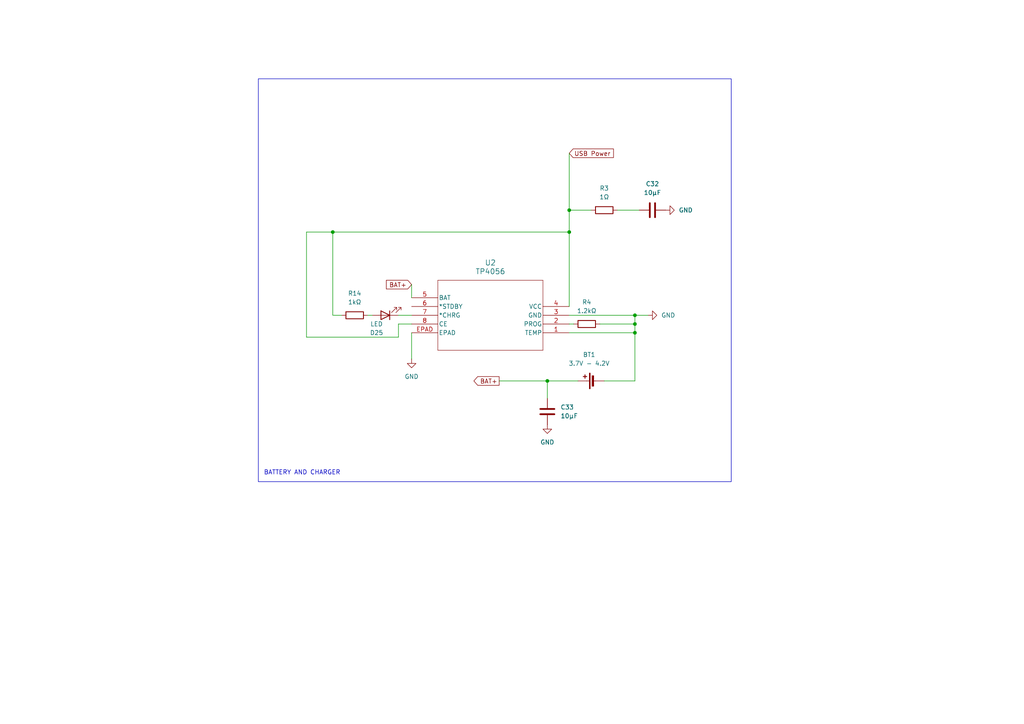
<source format=kicad_sch>
(kicad_sch (version 20250114) (generator "eeschema") (generator_version "9.0")
  (paper "A4")
  (lib_symbols
    (symbol "Device:Battery_Cell" (pin_numbers (hide yes)) (pin_names (offset 0) (hide yes))
      (property "Reference" "BT" (at 2.54 2.54 0))
      (property "Value" "Battery_Cell" (at 2.54 0 0))
      (symbol "Battery_Cell_0_1"
        (rectangle (start -2.286 1.778) (end 2.286 1.524) (fill (type outline)))
        (rectangle (start -1.524 1.016) (end 1.524 0.508) (fill (type outline)))
        (polyline (pts (xy 0 1.778) (xy 0 2.54)))
        (polyline (pts (xy 0 0.762) (xy 0 0)))
        (polyline (pts (xy 0.762 3.048) (xy 1.778 3.048)) (stroke (width 0.254)))
        (polyline (pts (xy 1.27 3.556) (xy 1.27 2.54)) (stroke (width 0.254)))
      )
      (symbol "Battery_Cell_1_1"
        (pin passive line (at 0 5.08 270) (length 2.54) (name "+") (number "1"))
        (pin passive line (at 0 -2.54 90) (length 2.54) (name "-") (number "2"))
      )
    )
    (symbol "Device:C" (pin_numbers (hide yes)) (pin_names (offset 0.254))
      (property "Reference" "C" (at 0.635 2.54 0))
      (property "Value" "C" (at 0.635 -2.54 0))
      (symbol "C_0_1"
        (polyline (pts (xy -2.032 0.762) (xy 2.032 0.762)) (stroke (width 0.508)))
        (polyline (pts (xy -2.032 -0.762) (xy 2.032 -0.762)) (stroke (width 0.508)))
      )
      (symbol "C_1_1"
        (pin passive line (at 0 3.81 270) (length 2.794) (name "~") (number "1"))
        (pin passive line (at 0 -3.81 90) (length 2.794) (name "~") (number "2"))
      )
    )
    (symbol "Device:LED" (pin_numbers (hide yes)) (pin_names (offset 1.016) (hide yes))
      (property "Reference" "D" (at 0 2.54 0))
      (property "Value" "LED" (at 0 -2.54 0))
      (symbol "LED_0_1"
        (polyline (pts (xy -3.048 -0.762) (xy -4.572 -2.286) (xy -3.81 -2.286) (xy -4.572 -2.286) (xy -4.572 -1.524)))
        (polyline (pts (xy -1.778 -0.762) (xy -3.302 -2.286) (xy -2.54 -2.286) (xy -3.302 -2.286) (xy -3.302 -1.524)))
        (polyline (pts (xy -1.27 0) (xy 1.27 0)))
        (polyline (pts (xy -1.27 -1.27) (xy -1.27 1.27)) (stroke (width 0.254)))
        (polyline (pts (xy 1.27 -1.27) (xy 1.27 1.27) (xy -1.27 0) (xy 1.27 -1.27)) (stroke (width 0.254)))
      )
      (symbol "LED_1_1"
        (pin passive line (at -3.81 0 0) (length 2.54) (name "K") (number "1"))
        (pin passive line (at 3.81 0 180) (length 2.54) (name "A") (number "2"))
      )
    )
    (symbol "Device:R" (pin_numbers (hide yes)) (pin_names (offset 0))
      (property "Reference" "R" (at 2.032 0 90))
      (property "Value" "R" (at 0 0 90))
      (symbol "R_0_1"
        (rectangle (start -1.016 -2.54) (end 1.016 2.54) (stroke (width 0.254)))
      )
      (symbol "R_1_1"
        (pin passive line (at 0 3.81 270) (length 1.27) (name "~") (number "1"))
        (pin passive line (at 0 -3.81 90) (length 1.27) (name "~") (number "2"))
      )
    )
    (symbol "TP4056:TP4056" (pin_names (offset 0.254))
      (property "Reference" "U" (at 22.86 10.16 0))
      (property "Value" "TP4056" (at 22.86 7.62 0))
      (symbol "TP4056_0_1"
        (polyline (pts (xy 7.62 5.08) (xy 7.62 -15.24)) (stroke (width 0.127)))
        (polyline (pts (xy 7.62 -15.24) (xy 38.1 -15.24)) (stroke (width 0.127)))
        (polyline (pts (xy 38.1 5.08) (xy 7.62 5.08)) (stroke (width 0.127)))
        (polyline (pts (xy 38.1 -15.24) (xy 38.1 5.08)) (stroke (width 0.127)))
        (pin input line (at 0 0 0) (length 7.62) (name "TEMP") (number "1"))
        (pin unspecified line (at 0 -2.54 0) (length 7.62) (name "PROG") (number "2"))
        (pin power_out line (at 0 -5.08 0) (length 7.62) (name "GND") (number "3"))
        (pin power_in line (at 0 -7.62 0) (length 7.62) (name "VCC") (number "4"))
        (pin unspecified line (at 45.72 0 180) (length 7.62) (name "EPAD") (number "EPAD"))
        (pin input line (at 45.72 -2.54 180) (length 7.62) (name "CE") (number "8"))
        (pin unspecified line (at 45.72 -5.08 180) (length 7.62) (name "*CHRG") (number "7"))
        (pin unspecified line (at 45.72 -7.62 180) (length 7.62) (name "*STDBY") (number "6"))
        (pin power_in line (at 45.72 -10.16 180) (length 7.62) (name "BAT") (number "5"))
      )
    )
    (symbol "power:GND" (power) (pin_numbers (hide yes)) (pin_names (offset 0) (hide yes))
      (property "Value" "GND" (at 0 -3.81 0))
      (symbol "GND_0_1"
        (polyline (pts (xy 0 0) (xy 0 -1.27) (xy 1.27 -1.27) (xy 0 -2.54) (xy -1.27 -1.27) (xy 0 -1.27)))
      )
      (symbol "GND_1_1"
        (pin power_in line (at 0 0 270) (length 0) (name "~") (number "1"))
      )
    )
  )
  (rectangle (start 74.93 22.86) (end 212.09 139.7))
  (text "BATTERY AND CHARGER" (exclude_from_sim yes) (at 87.63 137.16 0) (effects (font (size 1.27 1.27))))
  (junction (at 165.1 60.96))
  (junction (at 96.52 67.31))
  (junction (at 184.15 96.52))
  (junction (at 184.15 91.44))
  (junction (at 184.15 93.98))
  (junction (at 165.1 67.31))
  (junction (at 158.75 110.49))
  (wire (pts (xy 96.52 67.31) (xy 165.1 67.31)))
  (wire (pts (xy 184.15 91.44) (xy 187.96 91.44)))
  (wire (pts (xy 119.38 82.55) (xy 119.38 86.36)))
  (wire (pts (xy 158.75 115.57) (xy 158.75 110.49)))
  (wire (pts (xy 96.52 91.44) (xy 96.52 67.31)))
  (wire (pts (xy 158.75 110.49) (xy 167.64 110.49)))
  (wire (pts (xy 184.15 93.98) (xy 184.15 91.44)))
  (wire (pts (xy 175.26 110.49) (xy 184.15 110.49)))
  (wire (pts (xy 144.78 110.49) (xy 158.75 110.49)))
  (wire (pts (xy 99.06 91.44) (xy 96.52 91.44)))
  (wire (pts (xy 115.57 91.44) (xy 119.38 91.44)))
  (wire (pts (xy 165.1 60.96) (xy 165.1 67.31)))
  (wire (pts (xy 165.1 60.96) (xy 171.45 60.96)))
  (wire (pts (xy 179.07 60.96) (xy 185.42 60.96)))
  (wire (pts (xy 165.1 93.98) (xy 166.37 93.98)))
  (wire (pts (xy 88.9 97.79) (xy 115.57 97.79)))
  (wire (pts (xy 173.99 93.98) (xy 184.15 93.98)))
  (wire (pts (xy 165.1 67.31) (xy 165.1 88.9)))
  (wire (pts (xy 165.1 44.45) (xy 165.1 60.96)))
  (wire (pts (xy 88.9 67.31) (xy 96.52 67.31)))
  (wire (pts (xy 88.9 67.31) (xy 88.9 97.79)))
  (wire (pts (xy 165.1 96.52) (xy 184.15 96.52)))
  (wire (pts (xy 119.38 96.52) (xy 119.38 104.14)))
  (wire (pts (xy 165.1 91.44) (xy 184.15 91.44)))
  (wire (pts (xy 106.68 91.44) (xy 107.95 91.44)))
  (wire (pts (xy 115.57 93.98) (xy 119.38 93.98)))
  (wire (pts (xy 184.15 93.98) (xy 184.15 96.52)))
  (wire (pts (xy 115.57 97.79) (xy 115.57 93.98)))
  (wire (pts (xy 184.15 96.52) (xy 184.15 110.49)))
  (global_label "USB Power" (shape input) (at 165.1 44.45 0) (property "Intersheetrefs" "${INTERSHEET_REFS}" (effects (hide yes))))
  (global_label "BAT+" (shape input) (at 119.38 82.55 180) (property "Intersheetrefs" "${INTERSHEET_REFS}" (effects (hide yes))))
  (global_label "BAT+" (shape output) (at 144.78 110.49 180) (property "Intersheetrefs" "${INTERSHEET_REFS}" (effects (hide yes))))
  (symbol (lib_id "Device:R") (at 175.26 60.96 270) (unit 1)
    (property "Reference" "R3" (at 175.26 54.61 90))
    (property "Value" "1Ω" (at 175.26 57.15 90))
    (property "Footprint" "Resistor_SMD:R_0603_1608Metric" (effects (hide yes)))
    (property "Datasheet" "https://www.lcsc.com/datasheet/lcsc_datasheet_2206010130_UNI-ROYAL-Uniroyal-Elec-0603WAF100KT5E_C22936.pdf" (effects (hide yes)))
    (property "Description" "Resistor" (effects (hide yes)))
    (property "JLCPCB Part #" "C22936" (effects (hide yes)))
  )
  (symbol (lib_id "Device:R") (at 102.87 91.44 90) (unit 1)
    (property "Reference" "R14" (at 102.87 85.09 90))
    (property "Value" "1kΩ" (at 102.87 87.63 90))
    (property "Footprint" "Resistor_SMD:R_0603_1608Metric" (effects (hide yes)))
    (property "Datasheet" "https://www.lcsc.com/datasheet/lcsc_datasheet_2206010130_UNI-ROYAL-Uniroyal-Elec-0603WAF1001T5E_C21190.pdf" (effects (hide yes)))
    (property "Description" "Resistor" (effects (hide yes)))
    (property "JLCPCB Part #" "C21190" (effects (hide yes)))
  )
  (symbol (lib_id "power:GND") (at 187.96 91.44 90) (unit 1)
    (property "Reference" "#PWR011" (effects (hide yes)))
    (property "Value" "GND" (at 191.77 91.4399 90) (effects (justify right)))
    (property "Description" "Power symbol creates a global label with name \"GND\" , ground" (effects (hide yes)))
  )
  (symbol (lib_id "power:GND") (at 119.38 104.14 0) (unit 1)
    (property "Reference" "#PWR021" (effects (hide yes)))
    (property "Value" "GND" (at 119.38 109.22 0))
    (property "Description" "Power symbol creates a global label with name \"GND\" , ground" (effects (hide yes)))
  )
  (symbol (lib_id "Device:Battery_Cell") (at 172.72 110.49 90) (unit 1)
    (property "Reference" "BT1" (at 170.8785 102.87 90))
    (property "Value" "3.7V - 4.2V" (at 170.8785 105.41 90))
    (property "Footprint" "Battery:BatteryHolder_Keystone_1042_1x18650" (effects (hide yes)))
    (property "Datasheet" "https://wmsc.lcsc.com/wmsc/upload/file/pdf/v2/lcsc/2204021730_MYOUNG-BH-18650-B1BA002_C2988620.pdf" (effects (hide yes)))
    (property "Description" "Single-cell battery" (effects (hide yes)))
    (property "JLCPCB Part #" "C2988620" (effects (hide yes)))
  )
  (symbol (lib_id "power:GND") (at 158.75 123.19 0) (unit 1)
    (property "Reference" "#PWR020" (effects (hide yes)))
    (property "Value" "GND" (at 158.75 128.27 0))
    (property "Description" "Power symbol creates a global label with name \"GND\" , ground" (effects (hide yes)))
  )
  (symbol (lib_id "power:GND") (at 193.04 60.96 90) (unit 1)
    (property "Reference" "#PWR019" (effects (hide yes)))
    (property "Value" "GND" (at 196.85 60.9599 90) (effects (justify right)))
    (property "Description" "Power symbol creates a global label with name \"GND\" , ground" (effects (hide yes)))
  )
  (symbol (lib_id "Device:C") (at 189.23 60.96 90) (unit 1)
    (property "Reference" "C32" (at 189.23 53.34 90))
    (property "Value" "10µF" (at 189.23 55.88 90))
    (property "Footprint" "Capacitor_SMD:C_0603_1608Metric" (effects (hide yes)))
    (property "Datasheet" "https://jlcpcb.com/api/file/downloadByFileSystemAccessId/8568525238768373760" (effects (hide yes)))
    (property "Description" "Unpolarized capacitor" (effects (hide yes)))
    (property "JLCPCB Part #" "C96446" (effects (hide yes)))
  )
  (symbol (lib_id "Device:C") (at 158.75 119.38 180) (unit 1)
    (property "Reference" "C33" (at 162.56 118.1099 0) (effects (justify right)))
    (property "Value" "10µF" (at 162.56 120.6499 0) (effects (justify right)))
    (property "Footprint" "Capacitor_SMD:C_0603_1608Metric" (effects (hide yes)))
    (property "Datasheet" "https://jlcpcb.com/api/file/downloadByFileSystemAccessId/8568525238768373760" (effects (hide yes)))
    (property "Description" "Unpolarized capacitor" (effects (hide yes)))
    (property "JLCPCB Part #" "C96446" (effects (hide yes)))
  )
  (symbol (lib_id "Device:R") (at 170.18 93.98 90) (unit 1)
    (property "Reference" "R4" (at 170.18 87.63 90))
    (property "Value" "1.2kΩ" (at 170.18 90.17 90))
    (property "Footprint" "Resistor_SMD:R_0603_1608Metric" (effects (hide yes)))
    (property "Datasheet" "https://www.lcsc.com/datasheet/lcsc_datasheet_2206010130_UNI-ROYAL-Uniroyal-Elec-0603WAF1201T5E_C22765.pdf" (effects (hide yes)))
    (property "Description" "Resistor" (effects (hide yes)))
    (property "JLCPCB Part #" "C22765" (effects (hide yes)))
  )
  (symbol (lib_id "TP4056:TP4056") (at 165.1 96.52 180) (unit 1)
    (property "Reference" "U2" (at 142.24 76.2 0) (effects (font (size 1.524 1.524))))
    (property "Value" "TP4056" (at 142.24 78.74 0) (effects (font (size 1.524 1.524))))
    (property "Footprint" "footprints:SOP8-PP_TPW" (effects (hide yes)))
    (property "Datasheet" "https://www.lcsc.com/datasheet/lcsc_datasheet_1912111437_TPOWER-TP4056_C382139.pdf" (effects (hide yes)))
    (property "JLCPCB Part #" "C382139" (effects (hide yes)))
  )
  (symbol (lib_id "Device:LED") (at 111.76 91.44 180) (unit 1)
    (property "Reference" "D25" (at 109.22 96.52 0))
    (property "Value" "LED" (at 109.22 93.98 0))
    (property "Footprint" "LED_SMD:LED_0805_2012Metric" (effects (hide yes)))
    (property "Datasheet" "https://jlcpcb.com/api/file/downloadByFileSystemAccessId/8550724011370958848" (effects (hide yes)))
    (property "Description" "Light emitting diode" (effects (hide yes)))
    (property "JLCPCB Part #" "C2297" (effects (hide yes)))
  )
)
</source>
